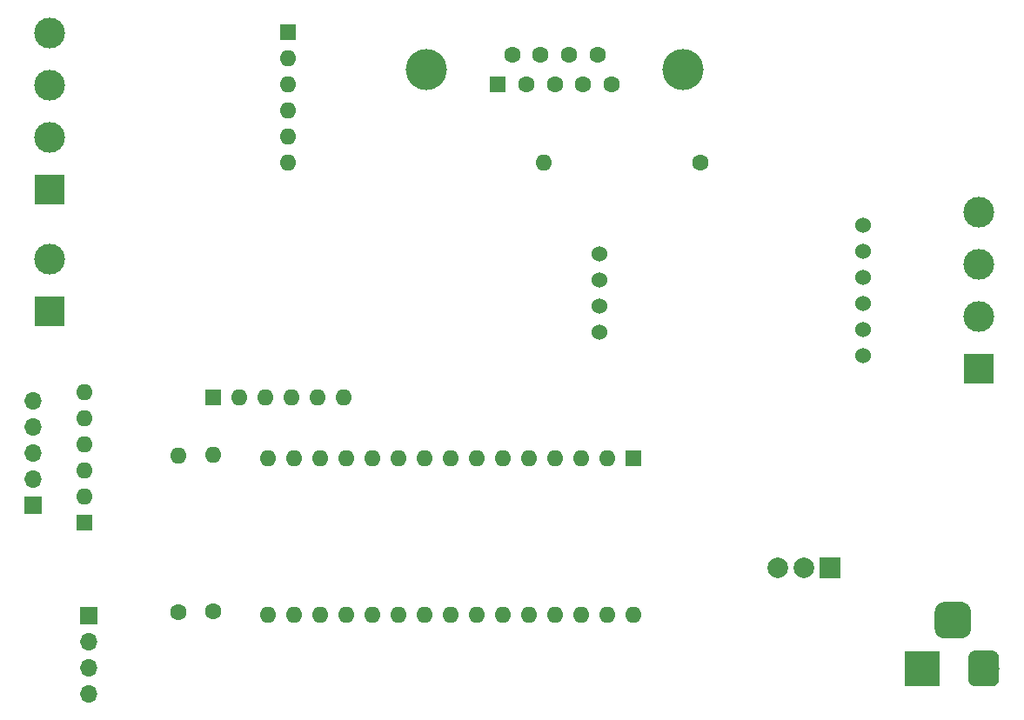
<source format=gbr>
G04 #@! TF.GenerationSoftware,KiCad,Pcbnew,(5.0.1)-3*
G04 #@! TF.CreationDate,2018-11-28T16:53:20+01:00*
G04 #@! TF.ProjectId,Board,426F6172642E6B696361645F70636200,rev?*
G04 #@! TF.SameCoordinates,PX4aa8030PY631c184*
G04 #@! TF.FileFunction,Copper,L1,Top,Signal*
G04 #@! TF.FilePolarity,Positive*
%FSLAX46Y46*%
G04 Gerber Fmt 4.6, Leading zero omitted, Abs format (unit mm)*
G04 Created by KiCad (PCBNEW (5.0.1)-3) date 11/28/18 16:53:20*
%MOMM*%
%LPD*%
G01*
G04 APERTURE LIST*
G04 #@! TA.AperFunction,ComponentPad*
%ADD10O,1.600000X1.600000*%
G04 #@! TD*
G04 #@! TA.AperFunction,ComponentPad*
%ADD11C,1.600000*%
G04 #@! TD*
G04 #@! TA.AperFunction,ComponentPad*
%ADD12R,3.000000X3.000000*%
G04 #@! TD*
G04 #@! TA.AperFunction,ComponentPad*
%ADD13C,3.000000*%
G04 #@! TD*
G04 #@! TA.AperFunction,ComponentPad*
%ADD14R,1.700000X1.700000*%
G04 #@! TD*
G04 #@! TA.AperFunction,ComponentPad*
%ADD15O,1.700000X1.700000*%
G04 #@! TD*
G04 #@! TA.AperFunction,ComponentPad*
%ADD16C,1.524000*%
G04 #@! TD*
G04 #@! TA.AperFunction,ComponentPad*
%ADD17R,1.600000X1.600000*%
G04 #@! TD*
G04 #@! TA.AperFunction,ComponentPad*
%ADD18R,3.500000X3.500000*%
G04 #@! TD*
G04 #@! TA.AperFunction,Conductor*
%ADD19C,0.100000*%
G04 #@! TD*
G04 #@! TA.AperFunction,ComponentPad*
%ADD20C,3.500000*%
G04 #@! TD*
G04 #@! TA.AperFunction,ComponentPad*
%ADD21R,2.000000X2.000000*%
G04 #@! TD*
G04 #@! TA.AperFunction,ComponentPad*
%ADD22C,2.000000*%
G04 #@! TD*
G04 #@! TA.AperFunction,ComponentPad*
%ADD23C,4.000000*%
G04 #@! TD*
G04 APERTURE END LIST*
D10*
G04 #@! TO.P,REF\002A\002A,2*
G04 #@! TO.N,N/C*
X53162200Y54394100D03*
D11*
G04 #@! TO.P,REF\002A\002A,1*
X68402200Y54394100D03*
G04 #@! TD*
G04 #@! TO.P,REF\002A\002A,1*
G04 #@! TO.N,N/C*
X21031200Y10706100D03*
D10*
G04 #@! TO.P,REF\002A\002A,2*
X21031200Y25946100D03*
G04 #@! TD*
D12*
G04 #@! TO.P,J3,1*
G04 #@! TO.N,GND*
X5118100Y39890700D03*
D13*
G04 #@! TO.P,J3,2*
G04 #@! TO.N,Net-(J3-Pad2)*
X5118100Y44970700D03*
G04 #@! TD*
D14*
G04 #@! TO.P,enc1,1*
G04 #@! TO.N,BTN*
X3492500Y20993100D03*
D15*
G04 #@! TO.P,enc1,2*
G04 #@! TO.N,ENCB*
X3492500Y23533100D03*
G04 #@! TO.P,enc1,3*
G04 #@! TO.N,ENCA*
X3492500Y26073100D03*
G04 #@! TO.P,enc1,4*
G04 #@! TO.N,GND*
X3492500Y28613100D03*
G04 #@! TO.P,enc1,5*
X3492500Y31153100D03*
G04 #@! TD*
D14*
G04 #@! TO.P,J5,1*
G04 #@! TO.N,GND*
X8864600Y10223500D03*
D15*
G04 #@! TO.P,J5,2*
G04 #@! TO.N,+5V*
X8864600Y7683500D03*
G04 #@! TO.P,J5,3*
G04 #@! TO.N,SDA*
X8864600Y5143500D03*
G04 #@! TO.P,J5,4*
G04 #@! TO.N,SCL*
X8864600Y2603500D03*
G04 #@! TD*
D16*
G04 #@! TO.P,U3,1*
G04 #@! TO.N,GND*
X58623200Y37807900D03*
G04 #@! TO.P,U3,2*
G04 #@! TO.N,scaleDATA*
X58623200Y40347900D03*
G04 #@! TO.P,U3,3*
G04 #@! TO.N,scaleCLK*
X58623200Y42887900D03*
G04 #@! TO.P,U3,4*
G04 #@! TO.N,+5V*
X58623200Y45427900D03*
G04 #@! TO.P,U3,5*
G04 #@! TO.N,Net-(J6-Pad1)*
X84277200Y35521900D03*
G04 #@! TO.P,U3,6*
G04 #@! TO.N,Net-(J6-Pad2)*
X84277200Y38061900D03*
G04 #@! TO.P,U3,7*
G04 #@! TO.N,Net-(J6-Pad3)*
X84277200Y40601900D03*
G04 #@! TO.P,U3,8*
G04 #@! TO.N,Net-(J6-Pad4)*
X84277200Y43141900D03*
G04 #@! TO.P,U3,9*
G04 #@! TO.N,Net-(U3-Pad9)*
X84277200Y45681900D03*
G04 #@! TO.P,U3,10*
G04 #@! TO.N,Net-(U3-Pad10)*
X84277200Y48221900D03*
G04 #@! TD*
D17*
G04 #@! TO.P,A1,1*
G04 #@! TO.N,Net-(A1-Pad1)*
X61937900Y25565100D03*
D10*
G04 #@! TO.P,A1,17*
G04 #@! TO.N,Net-(A1-Pad17)*
X28917900Y10325100D03*
G04 #@! TO.P,A1,2*
G04 #@! TO.N,Net-(A1-Pad2)*
X59397900Y25565100D03*
G04 #@! TO.P,A1,18*
G04 #@! TO.N,Net-(A1-Pad18)*
X31457900Y10325100D03*
G04 #@! TO.P,A1,3*
G04 #@! TO.N,Net-(A1-Pad3)*
X56857900Y25565100D03*
G04 #@! TO.P,A1,19*
G04 #@! TO.N,GND*
X33997900Y10325100D03*
G04 #@! TO.P,A1,4*
X54317900Y25565100D03*
G04 #@! TO.P,A1,20*
X36537900Y10325100D03*
G04 #@! TO.P,A1,5*
G04 #@! TO.N,scannerCLK*
X51777900Y25565100D03*
G04 #@! TO.P,A1,21*
G04 #@! TO.N,Net-(A1-Pad21)*
X39077900Y10325100D03*
G04 #@! TO.P,A1,6*
G04 #@! TO.N,scannerDATA*
X49237900Y25565100D03*
G04 #@! TO.P,A1,22*
G04 #@! TO.N,Net-(A1-Pad22)*
X41617900Y10325100D03*
G04 #@! TO.P,A1,7*
G04 #@! TO.N,scaleDATA*
X46697900Y25565100D03*
G04 #@! TO.P,A1,23*
G04 #@! TO.N,SDA*
X44157900Y10325100D03*
G04 #@! TO.P,A1,8*
G04 #@! TO.N,scaleCLK*
X44157900Y25565100D03*
G04 #@! TO.P,A1,24*
G04 #@! TO.N,SCL*
X46697900Y10325100D03*
G04 #@! TO.P,A1,9*
G04 #@! TO.N,Net-(A1-Pad9)*
X41617900Y25565100D03*
G04 #@! TO.P,A1,25*
G04 #@! TO.N,Net-(A1-Pad25)*
X49237900Y10325100D03*
G04 #@! TO.P,A1,10*
G04 #@! TO.N,Net-(A1-Pad10)*
X39077900Y25565100D03*
G04 #@! TO.P,A1,26*
G04 #@! TO.N,Net-(A1-Pad26)*
X51777900Y10325100D03*
G04 #@! TO.P,A1,11*
G04 #@! TO.N,Net-(A1-Pad11)*
X36537900Y25565100D03*
G04 #@! TO.P,A1,27*
G04 #@! TO.N,+5V*
X54317900Y10325100D03*
G04 #@! TO.P,A1,12*
G04 #@! TO.N,L1*
X33997900Y25565100D03*
G04 #@! TO.P,A1,28*
G04 #@! TO.N,Net-(A1-Pad28)*
X56857900Y10325100D03*
G04 #@! TO.P,A1,13*
G04 #@! TO.N,L2*
X31457900Y25565100D03*
G04 #@! TO.P,A1,29*
G04 #@! TO.N,GND*
X59397900Y10325100D03*
G04 #@! TO.P,A1,14*
G04 #@! TO.N,L3*
X28917900Y25565100D03*
G04 #@! TO.P,A1,30*
G04 #@! TO.N,Net-(A1-Pad30)*
X61937900Y10325100D03*
G04 #@! TO.P,A1,15*
G04 #@! TO.N,L4*
X26377900Y25565100D03*
G04 #@! TO.P,A1,16*
G04 #@! TO.N,Buzzer*
X26377900Y10325100D03*
G04 #@! TD*
D18*
G04 #@! TO.P,J1,1*
G04 #@! TO.N,Net-(F1-Pad1)*
X89992200Y5118100D03*
D19*
G04 #@! TD*
G04 #@! TO.N,GND*
G04 #@! TO.C,J1*
G36*
X96815713Y6864489D02*
X96888518Y6853689D01*
X96959914Y6835805D01*
X97029213Y6811010D01*
X97095748Y6779541D01*
X97158878Y6741702D01*
X97217995Y6697858D01*
X97272530Y6648430D01*
X97321958Y6593895D01*
X97365802Y6534778D01*
X97403641Y6471648D01*
X97435110Y6405113D01*
X97459905Y6335814D01*
X97477789Y6264418D01*
X97488589Y6191613D01*
X97492200Y6118100D01*
X97492200Y4118100D01*
X97488589Y4044587D01*
X97477789Y3971782D01*
X97459905Y3900386D01*
X97435110Y3831087D01*
X97403641Y3764552D01*
X97365802Y3701422D01*
X97321958Y3642305D01*
X97272530Y3587770D01*
X97217995Y3538342D01*
X97158878Y3494498D01*
X97095748Y3456659D01*
X97029213Y3425190D01*
X96959914Y3400395D01*
X96888518Y3382511D01*
X96815713Y3371711D01*
X96742200Y3368100D01*
X95242200Y3368100D01*
X95168687Y3371711D01*
X95095882Y3382511D01*
X95024486Y3400395D01*
X94955187Y3425190D01*
X94888652Y3456659D01*
X94825522Y3494498D01*
X94766405Y3538342D01*
X94711870Y3587770D01*
X94662442Y3642305D01*
X94618598Y3701422D01*
X94580759Y3764552D01*
X94549290Y3831087D01*
X94524495Y3900386D01*
X94506611Y3971782D01*
X94495811Y4044587D01*
X94492200Y4118100D01*
X94492200Y6118100D01*
X94495811Y6191613D01*
X94506611Y6264418D01*
X94524495Y6335814D01*
X94549290Y6405113D01*
X94580759Y6471648D01*
X94618598Y6534778D01*
X94662442Y6593895D01*
X94711870Y6648430D01*
X94766405Y6697858D01*
X94825522Y6741702D01*
X94888652Y6779541D01*
X94955187Y6811010D01*
X95024486Y6835805D01*
X95095882Y6853689D01*
X95168687Y6864489D01*
X95242200Y6868100D01*
X96742200Y6868100D01*
X96815713Y6864489D01*
X96815713Y6864489D01*
G37*
D13*
G04 #@! TO.P,J1,2*
G04 #@! TO.N,GND*
X95992200Y5118100D03*
D19*
G04 #@! TD*
G04 #@! TO.N,N/C*
G04 #@! TO.C,J1*
G36*
X93952965Y11563887D02*
X94037904Y11551287D01*
X94121199Y11530423D01*
X94202048Y11501495D01*
X94279672Y11464781D01*
X94353324Y11420636D01*
X94422294Y11369484D01*
X94485918Y11311818D01*
X94543584Y11248194D01*
X94594736Y11179224D01*
X94638881Y11105572D01*
X94675595Y11027948D01*
X94704523Y10947099D01*
X94725387Y10863804D01*
X94737987Y10778865D01*
X94742200Y10693100D01*
X94742200Y8943100D01*
X94737987Y8857335D01*
X94725387Y8772396D01*
X94704523Y8689101D01*
X94675595Y8608252D01*
X94638881Y8530628D01*
X94594736Y8456976D01*
X94543584Y8388006D01*
X94485918Y8324382D01*
X94422294Y8266716D01*
X94353324Y8215564D01*
X94279672Y8171419D01*
X94202048Y8134705D01*
X94121199Y8105777D01*
X94037904Y8084913D01*
X93952965Y8072313D01*
X93867200Y8068100D01*
X92117200Y8068100D01*
X92031435Y8072313D01*
X91946496Y8084913D01*
X91863201Y8105777D01*
X91782352Y8134705D01*
X91704728Y8171419D01*
X91631076Y8215564D01*
X91562106Y8266716D01*
X91498482Y8324382D01*
X91440816Y8388006D01*
X91389664Y8456976D01*
X91345519Y8530628D01*
X91308805Y8608252D01*
X91279877Y8689101D01*
X91259013Y8772396D01*
X91246413Y8857335D01*
X91242200Y8943100D01*
X91242200Y10693100D01*
X91246413Y10778865D01*
X91259013Y10863804D01*
X91279877Y10947099D01*
X91308805Y11027948D01*
X91345519Y11105572D01*
X91389664Y11179224D01*
X91440816Y11248194D01*
X91498482Y11311818D01*
X91562106Y11369484D01*
X91631076Y11420636D01*
X91704728Y11464781D01*
X91782352Y11501495D01*
X91863201Y11530423D01*
X91946496Y11551287D01*
X92031435Y11563887D01*
X92117200Y11568100D01*
X93867200Y11568100D01*
X93952965Y11563887D01*
X93952965Y11563887D01*
G37*
D20*
G04 #@! TO.P,J1,3*
G04 #@! TO.N,N/C*
X92992200Y9818100D03*
G04 #@! TD*
D21*
G04 #@! TO.P,U1,1*
G04 #@! TO.N,+24V*
X81051400Y14935200D03*
D22*
G04 #@! TO.P,U1,2*
G04 #@! TO.N,GND*
X78511400Y14935200D03*
G04 #@! TO.P,U1,3*
G04 #@! TO.N,+5V*
X75971400Y14935200D03*
G04 #@! TD*
D13*
G04 #@! TO.P,J2,4*
G04 #@! TO.N,Net-(J2-Pad4)*
X5092700Y67005200D03*
D12*
G04 #@! TO.P,J2,1*
G04 #@! TO.N,Net-(J2-Pad1)*
X5092700Y51765200D03*
D13*
G04 #@! TO.P,J2,3*
G04 #@! TO.N,Net-(J2-Pad3)*
X5092700Y61925200D03*
G04 #@! TO.P,J2,2*
G04 #@! TO.N,Net-(J2-Pad2)*
X5092700Y56845200D03*
G04 #@! TD*
G04 #@! TO.P,J6,2*
G04 #@! TO.N,Net-(J6-Pad2)*
X95516700Y39370000D03*
G04 #@! TO.P,J6,3*
G04 #@! TO.N,Net-(J6-Pad3)*
X95516700Y44450000D03*
D12*
G04 #@! TO.P,J6,1*
G04 #@! TO.N,Net-(J6-Pad1)*
X95516700Y34290000D03*
D13*
G04 #@! TO.P,J6,4*
G04 #@! TO.N,Net-(J6-Pad4)*
X95516700Y49530000D03*
G04 #@! TD*
D17*
G04 #@! TO.P,J4,1*
G04 #@! TO.N,GND*
X48717200Y62014100D03*
D11*
G04 #@! TO.P,J4,2*
G04 #@! TO.N,Net-(J4-Pad2)*
X51487200Y62014100D03*
G04 #@! TO.P,J4,3*
G04 #@! TO.N,+5V*
X54257200Y62014100D03*
G04 #@! TO.P,J4,4*
G04 #@! TO.N,Net-(J4-Pad4)*
X57027200Y62014100D03*
G04 #@! TO.P,J4,5*
G04 #@! TO.N,Net-(J4-Pad5)*
X59797200Y62014100D03*
G04 #@! TO.P,J4,6*
G04 #@! TO.N,Net-(J4-Pad6)*
X50102200Y64854100D03*
G04 #@! TO.P,J4,7*
G04 #@! TO.N,scannerCLK*
X52872200Y64854100D03*
G04 #@! TO.P,J4,8*
G04 #@! TO.N,Net-(J4-Pad8)*
X55642200Y64854100D03*
G04 #@! TO.P,J4,9*
G04 #@! TO.N,scannerDATA*
X58412200Y64854100D03*
D23*
G04 #@! TO.P,J4,0*
G04 #@! TO.N,Net-(J4-Pad0)*
X66757200Y63434100D03*
X41757200Y63434100D03*
G04 #@! TD*
D17*
G04 #@! TO.P,RN3,1*
G04 #@! TO.N,GND*
X20993100Y31457900D03*
D10*
G04 #@! TO.P,RN3,2*
G04 #@! TO.N,Buzzer*
X23533100Y31457900D03*
G04 #@! TO.P,RN3,3*
G04 #@! TO.N,L4*
X26073100Y31457900D03*
G04 #@! TO.P,RN3,4*
G04 #@! TO.N,L3*
X28613100Y31457900D03*
G04 #@! TO.P,RN3,5*
G04 #@! TO.N,L2*
X31153100Y31457900D03*
G04 #@! TO.P,RN3,6*
G04 #@! TO.N,L1*
X33693100Y31457900D03*
G04 #@! TD*
G04 #@! TO.P,RN2,6*
G04 #@! TO.N,PullupsBuzzer*
X28321000Y54368700D03*
G04 #@! TO.P,RN2,5*
G04 #@! TO.N,PullupsL4*
X28321000Y56908700D03*
G04 #@! TO.P,RN2,4*
G04 #@! TO.N,PullupsL3*
X28321000Y59448700D03*
G04 #@! TO.P,RN2,3*
G04 #@! TO.N,PullupsL2*
X28321000Y61988700D03*
G04 #@! TO.P,RN2,2*
G04 #@! TO.N,PullupsL1*
X28321000Y64528700D03*
D17*
G04 #@! TO.P,RN2,1*
G04 #@! TO.N,+24V*
X28321000Y67068700D03*
G04 #@! TD*
G04 #@! TO.P,RN1,1*
G04 #@! TO.N,+5V*
X8483600Y19329400D03*
D10*
G04 #@! TO.P,RN1,2*
G04 #@! TO.N,BTN*
X8483600Y21869400D03*
G04 #@! TO.P,RN1,3*
G04 #@! TO.N,ENCB*
X8483600Y24409400D03*
G04 #@! TO.P,RN1,4*
G04 #@! TO.N,ENCA*
X8483600Y26949400D03*
G04 #@! TO.P,RN1,5*
G04 #@! TO.N,Net-(RN1-Pad5)*
X8483600Y29489400D03*
G04 #@! TO.P,RN1,6*
G04 #@! TO.N,Net-(RN1-Pad6)*
X8483600Y32029400D03*
G04 #@! TD*
G04 #@! TO.P,REF\002A\002A,2*
G04 #@! TO.N,N/C*
X17602200Y25819100D03*
D11*
G04 #@! TO.P,REF\002A\002A,1*
X17602200Y10579100D03*
G04 #@! TD*
M02*

</source>
